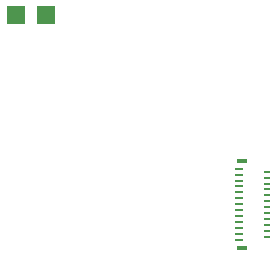
<source format=gbr>
%TF.GenerationSoftware,KiCad,Pcbnew,7.0.6-0*%
%TF.CreationDate,2024-03-12T16:57:41-04:00*%
%TF.ProjectId,Bai_channels,4261695f-6368-4616-9e6e-656c732e6b69,rev?*%
%TF.SameCoordinates,Original*%
%TF.FileFunction,Paste,Top*%
%TF.FilePolarity,Positive*%
%FSLAX46Y46*%
G04 Gerber Fmt 4.6, Leading zero omitted, Abs format (unit mm)*
G04 Created by KiCad (PCBNEW 7.0.6-0) date 2024-03-12 16:57:41*
%MOMM*%
%LPD*%
G01*
G04 APERTURE LIST*
%ADD10R,1.524000X1.524000*%
%ADD11R,0.720000X0.250000*%
%ADD12R,0.570000X0.250000*%
%ADD13R,0.950000X0.400000*%
G04 APERTURE END LIST*
D10*
%TO.C,U1*%
X141735000Y-81595000D03*
X139195000Y-81595000D03*
%TD*%
D11*
%TO.C,J1*%
X158105001Y-94650001D03*
D12*
X160505001Y-94899937D03*
D11*
X158105001Y-95150001D03*
D12*
X160505001Y-95399937D03*
D11*
X158105001Y-95650001D03*
D12*
X160505001Y-95899937D03*
D11*
X158105001Y-96150001D03*
D12*
X160505001Y-96399937D03*
D11*
X158105001Y-96650001D03*
D12*
X160505001Y-96899937D03*
D11*
X158105001Y-97150001D03*
D12*
X160505001Y-97399937D03*
D11*
X158105001Y-97649993D03*
D12*
X160505001Y-97899937D03*
D11*
X158105001Y-98150001D03*
D12*
X160505001Y-98399937D03*
D11*
X158105001Y-98650001D03*
D12*
X160505001Y-98899937D03*
D11*
X158105001Y-99150001D03*
D12*
X160505001Y-99399937D03*
D11*
X158105001Y-99650001D03*
D12*
X160505001Y-99899937D03*
D11*
X158105001Y-100150001D03*
D12*
X160505001Y-100399937D03*
D11*
X158105001Y-100650001D03*
D13*
X158370002Y-93980000D03*
X158370002Y-101319986D03*
%TD*%
M02*

</source>
